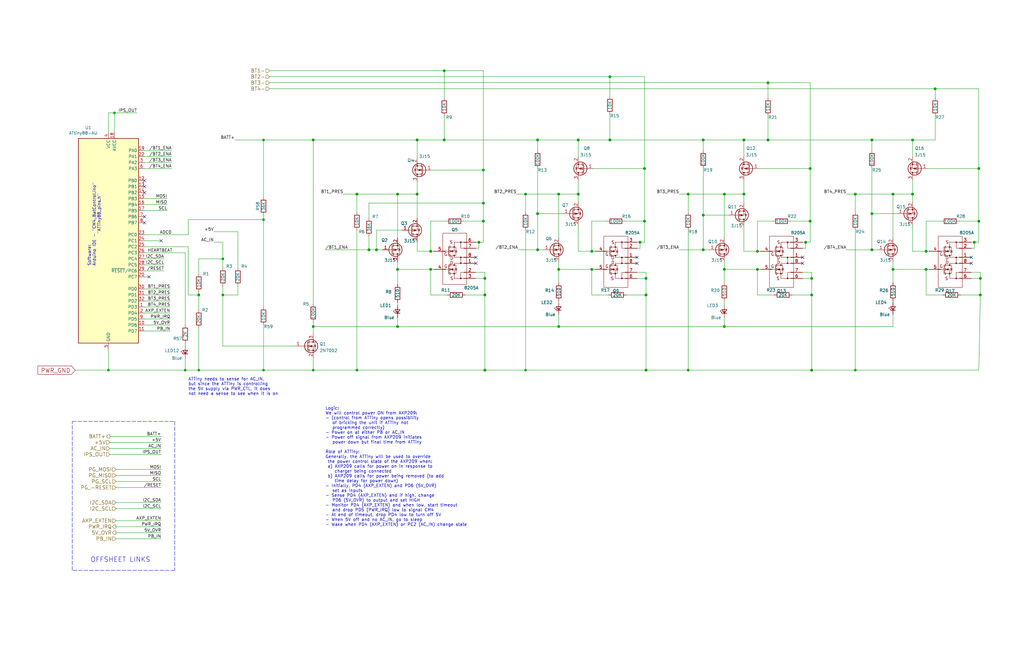
<source format=kicad_sch>
(kicad_sch (version 20211123) (generator eeschema)
  (paper "B")
  (title_block (title "ConnectBox CM4 for China Case ") (date "2022-07-24") (rev "1.8.4") (comment 1 "JRA"))
  (junction (at 271.78 93.345) (diameter 1.016))
  (junction (at 83.82 156.21))
  (junction (at 390.525 106.045) (diameter 1.016))
  (junction (at 272.415 156.21) (diameter 1.016))
  (junction (at 187.325 59.055) (diameter 1.016))
  (junction (at 235.585 81.915) (diameter 1.016))
  (junction (at 313.69 59.055) (diameter 1.016))
  (junction (at 269.875 102.235) (diameter 1.016))
  (junction (at 296.545 105.41) (diameter 1.016))
  (junction (at 78.105 156.21))
  (junction (at 290.195 156.21))
  (junction (at 257.175 59.055) (diameter 1.016))
  (junction (at 319.405 106.045) (diameter 1.016))
  (junction (at 93.98 124.46))
  (junction (at 221.615 156.21))
  (junction (at 412.75 93.345) (diameter 1.016))
  (junction (at 342.265 117.475) (diameter 1.016))
  (junction (at 323.85 59.055) (diameter 1.016))
  (junction (at 412.75 71.12) (diameter 1.016))
  (junction (at 203.835 93.345) (diameter 1.016))
  (junction (at 384.81 59.055) (diameter 1.016))
  (junction (at 272.415 124.46) (diameter 1.016))
  (junction (at 175.895 81.915) (diameter 1.016))
  (junction (at 181.61 113.665) (diameter 1.016))
  (junction (at 45.72 156.21))
  (junction (at 155.575 105.41) (diameter 1.016))
  (junction (at 342.265 124.46) (diameter 1.016))
  (junction (at 175.895 59.055) (diameter 1.016))
  (junction (at 226.695 90.17) (diameter 1.016))
  (junction (at 342.265 156.21) (diameter 1.016))
  (junction (at 305.435 137.795) (diameter 1.016))
  (junction (at 111.125 59.055))
  (junction (at 339.725 102.235) (diameter 1.016))
  (junction (at 158.75 105.41) (diameter 1.016))
  (junction (at 48.26 47.625))
  (junction (at 235.585 137.795) (diameter 1.016))
  (junction (at 367.665 105.41) (diameter 1.016))
  (junction (at 296.545 59.055) (diameter 1.016))
  (junction (at 305.435 81.915) (diameter 1.016))
  (junction (at 319.405 113.665) (diameter 1.016))
  (junction (at 360.68 81.915) (diameter 1.016))
  (junction (at 83.82 124.46) (diameter 1.016))
  (junction (at 204.47 156.21) (diameter 1.016))
  (junction (at 167.64 137.795) (diameter 1.016))
  (junction (at 341.63 93.345) (diameter 1.016))
  (junction (at 367.665 59.055) (diameter 1.016))
  (junction (at 243.84 59.055) (diameter 1.016))
  (junction (at 323.85 34.925) (diameter 1.016))
  (junction (at 203.835 71.755) (diameter 1.016))
  (junction (at 296.545 90.805) (diameter 1.016))
  (junction (at 305.435 113.665) (diameter 1.016))
  (junction (at 226.695 59.055) (diameter 1.016))
  (junction (at 203.835 85.725) (diameter 1.016))
  (junction (at 384.81 81.915) (diameter 1.016))
  (junction (at 167.64 113.665) (diameter 1.016))
  (junction (at 257.175 32.385) (diameter 1.016))
  (junction (at 271.78 71.12) (diameter 1.016))
  (junction (at 181.61 106.045) (diameter 1.016))
  (junction (at 376.555 81.915) (diameter 1.016))
  (junction (at 150.495 81.915) (diameter 1.016))
  (junction (at 132.08 137.795) (diameter 1.016))
  (junction (at 390.525 113.665) (diameter 1.016))
  (junction (at 249.555 113.665) (diameter 1.016))
  (junction (at 341.63 71.12) (diameter 1.016))
  (junction (at 132.08 59.055) (diameter 1.016))
  (junction (at 201.93 102.235) (diameter 1.016))
  (junction (at 360.68 156.21))
  (junction (at 132.08 156.21))
  (junction (at 413.385 124.46) (diameter 1.016))
  (junction (at 187.325 29.845) (diameter 1.016))
  (junction (at 376.555 113.665) (diameter 1.016))
  (junction (at 243.84 81.915) (diameter 1.016))
  (junction (at 235.585 113.665) (diameter 1.016))
  (junction (at 111.125 92.71))
  (junction (at 272.415 117.475) (diameter 1.016))
  (junction (at 150.495 156.21))
  (junction (at 367.665 90.17) (diameter 1.016))
  (junction (at 290.195 81.915) (diameter 1.016))
  (junction (at 167.64 81.915) (diameter 1.016))
  (junction (at 93.98 109.22))
  (junction (at 226.695 105.41) (diameter 1.016))
  (junction (at 111.125 156.21))
  (junction (at 394.335 37.465) (diameter 1.016))
  (junction (at 410.845 102.235) (diameter 1.016))
  (junction (at 204.47 117.475) (diameter 1.016))
  (junction (at 313.69 81.915) (diameter 1.016))
  (junction (at 413.385 117.475) (diameter 1.016))
  (junction (at 221.615 81.915) (diameter 1.016))
  (junction (at 249.555 106.045) (diameter 1.016))
  (junction (at 204.47 124.46) (diameter 1.016))
  (no_connect (at 200.66 111.125))
  (no_connect (at 200.66 108.585))
  (no_connect (at 409.575 111.125))
  (no_connect (at 268.605 111.125))
  (no_connect (at 409.575 108.585))
  (no_connect (at 338.455 108.585))
  (no_connect (at 60.96 78.74))
  (no_connect (at 60.96 91.44))
  (no_connect (at 60.96 76.2))
  (no_connect (at 268.605 108.585))
  (no_connect (at 338.455 111.125))
  (no_connect (at 62.865 116.84))
  (no_connect (at 60.96 81.28))
  (no_connect (at 60.96 93.98))
  (no_connect (at 67.945 101.6))
  (wire (pts (xy 48.895 222.25) (xy 67.945 222.25)))
  (wire (pts (xy 111.125 59.055) (xy 111.125 83.185)))
  (wire (pts (xy 60.96 99.06) (xy 79.375 99.06)))
  (wire (pts (xy 175.895 76.835) (xy 175.895 81.915)))
  (wire (pts (xy 48.895 219.71) (xy 67.945 219.71)))
  (polyline (pts (xy 73.66 240.665) (xy 30.48 240.665)) (stroke (width 0) (type dash)))
  (wire (pts (xy 132.08 137.795) (xy 132.08 140.97)))
  (wire (pts (xy 60.96 101.6) (xy 67.945 101.6)))
  (wire (pts (xy 413.385 114.935) (xy 413.385 117.475)))
  (wire (pts (xy 60.96 127) (xy 71.755 127)))
  (wire (pts (xy 155.575 105.41) (xy 158.75 105.41)))
  (wire (pts (xy 376.555 110.49) (xy 376.555 113.665)))
  (wire (pts (xy 305.435 113.665) (xy 305.435 119.38)))
  (wire (pts (xy 167.64 81.915) (xy 175.895 81.915)))
  (wire (pts (xy 155.575 85.725) (xy 203.835 85.725)))
  (wire (pts (xy 155.575 92.075) (xy 155.575 85.725)))
  (wire (pts (xy 268.605 114.935) (xy 272.415 114.935)))
  (wire (pts (xy 83.82 138.43) (xy 83.82 156.21)))
  (wire (pts (xy 167.64 110.49) (xy 167.64 113.665)))
  (wire (pts (xy 62.865 116.84) (xy 60.96 116.84)))
  (wire (pts (xy 333.375 93.345) (xy 341.63 93.345)))
  (wire (pts (xy 45.72 156.21) (xy 78.105 156.21)))
  (wire (pts (xy 175.895 106.045) (xy 181.61 106.045)))
  (wire (pts (xy 60.96 137.16) (xy 71.755 137.16)))
  (wire (pts (xy 341.63 93.345) (xy 341.63 102.235)))
  (wire (pts (xy 338.455 102.235) (xy 339.725 102.235)))
  (wire (pts (xy 78.105 156.21) (xy 83.82 156.21)))
  (wire (pts (xy 338.455 104.775) (xy 339.725 104.775)))
  (wire (pts (xy 338.455 117.475) (xy 342.265 117.475)))
  (wire (pts (xy 132.08 151.13) (xy 132.08 156.21)))
  (wire (pts (xy 235.585 81.915) (xy 235.585 100.33)))
  (wire (pts (xy 391.16 71.12) (xy 412.75 71.12)))
  (wire (pts (xy 413.385 117.475) (xy 413.385 124.46)))
  (wire (pts (xy 60.96 114.3) (xy 69.215 114.3)))
  (wire (pts (xy 296.545 59.055) (xy 296.545 63.5)))
  (wire (pts (xy 83.82 156.21) (xy 111.125 156.21)))
  (wire (pts (xy 150.495 81.915) (xy 150.495 89.535)))
  (wire (pts (xy 167.64 137.795) (xy 235.585 137.795)))
  (wire (pts (xy 356.87 105.41) (xy 367.665 105.41)))
  (wire (pts (xy 60.96 86.36) (xy 70.485 86.36)))
  (wire (pts (xy 113.665 34.925) (xy 323.85 34.925)))
  (wire (pts (xy 323.85 34.925) (xy 341.63 34.925)))
  (wire (pts (xy 341.63 34.925) (xy 341.63 71.12)))
  (wire (pts (xy 249.555 106.045) (xy 250.825 106.045)))
  (wire (pts (xy 235.585 127) (xy 235.585 127.635)))
  (wire (pts (xy 83.82 109.22) (xy 93.98 109.22)))
  (wire (pts (xy 48.895 200.66) (xy 67.945 200.66)))
  (wire (pts (xy 226.695 71.12) (xy 226.695 90.17)))
  (wire (pts (xy 100.33 113.03) (xy 100.33 97.79)))
  (wire (pts (xy 60.96 106.68) (xy 78.105 106.68)))
  (wire (pts (xy 360.68 81.915) (xy 376.555 81.915)))
  (wire (pts (xy 305.435 81.915) (xy 313.69 81.915)))
  (wire (pts (xy 79.375 92.71) (xy 111.125 92.71)))
  (wire (pts (xy 48.895 212.09) (xy 67.945 212.09)))
  (wire (pts (xy 243.84 106.045) (xy 249.555 106.045)))
  (wire (pts (xy 413.385 124.46) (xy 412.75 156.21)))
  (wire (pts (xy 31.75 156.21) (xy 45.72 156.21)))
  (wire (pts (xy 226.695 90.17) (xy 226.695 105.41)))
  (wire (pts (xy 305.435 81.915) (xy 305.435 100.33)))
  (wire (pts (xy 132.08 59.055) (xy 132.08 128.27)))
  (wire (pts (xy 412.75 37.465) (xy 412.75 71.12)))
  (wire (pts (xy 412.75 71.12) (xy 412.75 93.345)))
  (wire (pts (xy 60.96 63.5) (xy 72.39 63.5)))
  (wire (pts (xy 111.125 90.805) (xy 111.125 92.71)))
  (wire (pts (xy 367.665 59.055) (xy 384.81 59.055)))
  (wire (pts (xy 45.72 47.625) (xy 48.26 47.625)))
  (wire (pts (xy 367.665 71.12) (xy 367.665 90.17)))
  (wire (pts (xy 367.665 90.17) (xy 367.665 105.41)))
  (wire (pts (xy 200.66 114.935) (xy 204.47 114.935)))
  (wire (pts (xy 90.17 97.79) (xy 100.33 97.79)))
  (wire (pts (xy 319.405 93.345) (xy 319.405 106.045)))
  (wire (pts (xy 272.415 124.46) (xy 272.415 156.21)))
  (wire (pts (xy 226.695 90.17) (xy 237.49 90.17)))
  (wire (pts (xy 409.575 117.475) (xy 413.385 117.475)))
  (wire (pts (xy 48.26 47.625) (xy 48.26 55.88)))
  (wire (pts (xy 360.68 156.21) (xy 412.75 156.21)))
  (wire (pts (xy 268.605 102.235) (xy 269.875 102.235)))
  (wire (pts (xy 60.96 111.76) (xy 69.215 111.76)))
  (wire (pts (xy 256.54 124.46) (xy 249.555 124.46)))
  (wire (pts (xy 319.405 113.665) (xy 320.675 113.665)))
  (wire (pts (xy 296.545 105.41) (xy 299.085 105.41)))
  (wire (pts (xy 187.325 48.895) (xy 187.325 59.055)))
  (wire (pts (xy 111.125 59.055) (xy 132.08 59.055)))
  (wire (pts (xy 78.105 144.78) (xy 78.105 146.05)))
  (wire (pts (xy 48.895 224.79) (xy 67.945 224.79)))
  (wire (pts (xy 175.895 81.915) (xy 175.895 92.075)))
  (wire (pts (xy 48.895 198.12) (xy 67.945 198.12)))
  (wire (pts (xy 272.415 117.475) (xy 272.415 124.46)))
  (wire (pts (xy 60.96 104.14) (xy 79.375 104.14)))
  (wire (pts (xy 341.63 71.12) (xy 341.63 93.345)))
  (wire (pts (xy 45.72 156.21) (xy 45.72 147.32)))
  (wire (pts (xy 60.96 129.54) (xy 71.755 129.54)))
  (wire (pts (xy 181.61 124.46) (xy 181.61 113.665)))
  (wire (pts (xy 338.455 114.935) (xy 342.265 114.935)))
  (wire (pts (xy 409.575 102.235) (xy 410.845 102.235)))
  (wire (pts (xy 235.585 110.49) (xy 235.585 113.665)))
  (wire (pts (xy 195.58 93.345) (xy 203.835 93.345)))
  (wire (pts (xy 360.68 81.915) (xy 360.68 89.535)))
  (wire (pts (xy 111.125 92.71) (xy 111.125 129.54)))
  (wire (pts (xy 78.105 151.13) (xy 78.105 156.21)))
  (wire (pts (xy 226.695 59.055) (xy 243.84 59.055)))
  (wire (pts (xy 243.84 59.055) (xy 243.84 66.04)))
  (wire (pts (xy 78.105 106.68) (xy 78.105 137.16)))
  (wire (pts (xy 60.96 66.04) (xy 72.39 66.04)))
  (wire (pts (xy 226.695 59.055) (xy 226.695 63.5)))
  (wire (pts (xy 376.555 113.665) (xy 390.525 113.665)))
  (wire (pts (xy 313.69 76.2) (xy 313.69 81.915)))
  (wire (pts (xy 313.69 81.915) (xy 313.69 85.725)))
  (wire (pts (xy 384.81 76.2) (xy 384.81 81.915)))
  (wire (pts (xy 46.355 189.23) (xy 67.945 189.23)))
  (wire (pts (xy 384.81 59.055) (xy 384.81 66.04)))
  (wire (pts (xy 290.195 81.915) (xy 305.435 81.915)))
  (wire (pts (xy 235.585 137.795) (xy 305.435 137.795)))
  (wire (pts (xy 60.96 88.9) (xy 70.485 88.9)))
  (wire (pts (xy 250.19 71.12) (xy 271.78 71.12)))
  (wire (pts (xy 113.665 37.465) (xy 394.335 37.465)))
  (wire (pts (xy 394.335 37.465) (xy 412.75 37.465)))
  (wire (pts (xy 412.75 102.235) (xy 410.845 102.235)))
  (wire (pts (xy 83.82 115.57) (xy 83.82 109.22)))
  (wire (pts (xy 243.84 59.055) (xy 257.175 59.055)))
  (wire (pts (xy 257.175 59.055) (xy 296.545 59.055)))
  (wire (pts (xy 249.555 124.46) (xy 249.555 113.665)))
  (wire (pts (xy 113.665 32.385) (xy 257.175 32.385)))
  (wire (pts (xy 257.175 32.385) (xy 271.78 32.385)))
  (wire (pts (xy 271.78 71.12) (xy 271.78 32.385)))
  (wire (pts (xy 390.525 93.345) (xy 390.525 106.045)))
  (wire (pts (xy 155.575 99.695) (xy 155.575 105.41)))
  (wire (pts (xy 313.69 59.055) (xy 323.85 59.055)))
  (wire (pts (xy 323.85 59.055) (xy 367.665 59.055)))
  (wire (pts (xy 290.195 156.21) (xy 342.265 156.21)))
  (wire (pts (xy 46.355 186.69) (xy 67.945 186.69)))
  (wire (pts (xy 394.335 48.895) (xy 394.335 59.055)))
  (wire (pts (xy 150.495 81.915) (xy 167.64 81.915)))
  (wire (pts (xy 46.355 191.77) (xy 67.945 191.77)))
  (wire (pts (xy 394.335 59.055) (xy 384.81 59.055)))
  (wire (pts (xy 305.435 127) (xy 305.435 128.905)))
  (wire (pts (xy 79.375 104.14) (xy 79.375 124.46)))
  (wire (pts (xy 167.64 113.665) (xy 181.61 113.665)))
  (wire (pts (xy 290.195 81.915) (xy 290.195 89.535)))
  (wire (pts (xy 255.905 93.345) (xy 249.555 93.345)))
  (wire (pts (xy 187.325 29.845) (xy 187.325 41.275)))
  (wire (pts (xy 313.69 95.885) (xy 313.69 106.045)))
  (wire (pts (xy 167.64 127.635) (xy 167.64 128.905)))
  (wire (pts (xy 356.87 81.915) (xy 360.68 81.915)))
  (wire (pts (xy 412.75 93.345) (xy 412.75 102.235)))
  (wire (pts (xy 60.96 124.46) (xy 71.755 124.46)))
  (wire (pts (xy 150.495 156.21) (xy 204.47 156.21)))
  (wire (pts (xy 200.66 117.475) (xy 204.47 117.475)))
  (wire (pts (xy 175.895 102.235) (xy 175.895 106.045)))
  (wire (pts (xy 269.875 102.235) (xy 269.875 104.775)))
  (wire (pts (xy 60.96 109.22) (xy 69.215 109.22)))
  (wire (pts (xy 221.615 97.155) (xy 221.615 156.21)))
  (wire (pts (xy 263.525 93.345) (xy 271.78 93.345)))
  (wire (pts (xy 376.555 81.915) (xy 384.81 81.915)))
  (wire (pts (xy 326.39 124.46) (xy 319.405 124.46)))
  (wire (pts (xy 319.405 124.46) (xy 319.405 113.665)))
  (wire (pts (xy 204.47 156.21) (xy 221.615 156.21)))
  (wire (pts (xy 188.595 124.46) (xy 181.61 124.46)))
  (wire (pts (xy 144.78 81.915) (xy 150.495 81.915)))
  (wire (pts (xy 390.525 106.045) (xy 391.795 106.045)))
  (wire (pts (xy 394.335 37.465) (xy 394.335 41.275)))
  (wire (pts (xy 132.08 59.055) (xy 175.895 59.055)))
  (wire (pts (xy 409.575 114.935) (xy 413.385 114.935)))
  (wire (pts (xy 158.75 97.155) (xy 158.75 105.41)))
  (wire (pts (xy 271.78 93.345) (xy 271.78 102.235)))
  (wire (pts (xy 100.33 120.65) (xy 100.33 124.46)))
  (wire (pts (xy 48.895 227.33) (xy 67.945 227.33)))
  (wire (pts (xy 271.78 102.235) (xy 269.875 102.235)))
  (wire (pts (xy 243.84 81.915) (xy 235.585 81.915)))
  (wire (pts (xy 243.84 85.09) (xy 243.84 81.915)))
  (wire (pts (xy 226.695 105.41) (xy 229.235 105.41)))
  (wire (pts (xy 286.385 81.915) (xy 290.195 81.915)))
  (wire (pts (xy 264.16 124.46) (xy 272.415 124.46)))
  (wire (pts (xy 249.555 93.345) (xy 249.555 106.045)))
  (wire (pts (xy 221.615 81.915) (xy 235.585 81.915)))
  (wire (pts (xy 203.835 93.345) (xy 203.835 102.235)))
  (wire (pts (xy 342.265 156.21) (xy 360.68 156.21)))
  (polyline (pts (xy 30.48 177.8) (xy 73.66 177.8)) (stroke (width 0) (type dash)))
  (wire (pts (xy 405.13 124.46) (xy 413.385 124.46)))
  (wire (pts (xy 93.98 109.22) (xy 93.98 113.03)))
  (wire (pts (xy 376.555 81.915) (xy 376.555 100.33)))
  (wire (pts (xy 137.16 105.41) (xy 155.575 105.41)))
  (wire (pts (xy 90.17 102.235) (xy 93.98 102.235)))
  (wire (pts (xy 93.98 102.235) (xy 93.98 109.22)))
  (wire (pts (xy 271.78 71.12) (xy 271.78 93.345)))
  (wire (pts (xy 132.08 156.21) (xy 150.495 156.21)))
  (wire (pts (xy 175.895 59.055) (xy 175.895 66.675)))
  (wire (pts (xy 272.415 156.21) (xy 290.195 156.21)))
  (wire (pts (xy 181.61 93.345) (xy 181.61 106.045)))
  (wire (pts (xy 48.895 205.74) (xy 67.945 205.74)))
  (wire (pts (xy 83.82 124.46) (xy 83.82 130.81)))
  (wire (pts (xy 203.835 71.755) (xy 203.835 85.725)))
  (wire (pts (xy 203.835 85.725) (xy 203.835 93.345)))
  (wire (pts (xy 286.385 105.41) (xy 296.545 105.41)))
  (wire (pts (xy 376.555 127) (xy 376.555 127.635)))
  (wire (pts (xy 48.895 203.2) (xy 67.945 203.2)))
  (wire (pts (xy 46.355 184.15) (xy 67.945 184.15)))
  (wire (pts (xy 132.08 137.795) (xy 167.64 137.795)))
  (wire (pts (xy 167.64 133.985) (xy 167.64 137.795)))
  (wire (pts (xy 313.69 59.055) (xy 313.69 66.04)))
  (wire (pts (xy 60.96 68.58) (xy 72.39 68.58)))
  (wire (pts (xy 257.175 32.385) (xy 257.175 40.64)))
  (wire (pts (xy 93.98 146.05) (xy 124.46 146.05)))
  (wire (pts (xy 111.125 137.16) (xy 111.125 156.21)))
  (wire (pts (xy 204.47 114.935) (xy 204.47 117.475)))
  (wire (pts (xy 60.96 83.82) (xy 70.485 83.82)))
  (wire (pts (xy 167.64 113.665) (xy 167.64 120.015)))
  (wire (pts (xy 158.75 105.41) (xy 161.29 105.41)))
  (wire (pts (xy 339.725 102.235) (xy 339.725 104.775)))
  (wire (pts (xy 323.85 34.925) (xy 323.85 41.275)))
  (wire (pts (xy 221.615 156.21) (xy 272.415 156.21)))
  (wire (pts (xy 376.555 132.715) (xy 376.555 137.795)))
  (wire (pts (xy 221.615 81.915) (xy 221.615 89.535)))
  (wire (pts (xy 48.895 214.63) (xy 67.945 214.63)))
  (wire (pts (xy 60.96 121.92) (xy 71.755 121.92)))
  (wire (pts (xy 111.125 156.21) (xy 132.08 156.21)))
  (wire (pts (xy 384.81 95.25) (xy 384.81 106.045)))
  (wire (pts (xy 342.265 124.46) (xy 342.265 156.21)))
  (wire (pts (xy 181.61 106.045) (xy 182.88 106.045)))
  (wire (pts (xy 384.81 81.915) (xy 384.81 85.09)))
  (wire (pts (xy 404.495 93.345) (xy 412.75 93.345)))
  (wire (pts (xy 45.72 47.625) (xy 45.72 55.88)))
  (wire (pts (xy 396.875 93.345) (xy 390.525 93.345)))
  (wire (pts (xy 268.605 104.775) (xy 269.875 104.775)))
  (wire (pts (xy 99.06 59.055) (xy 111.125 59.055)))
  (wire (pts (xy 409.575 104.775) (xy 410.845 104.775)))
  (wire (pts (xy 150.495 97.155) (xy 150.495 156.21)))
  (wire (pts (xy 60.96 71.12) (xy 72.39 71.12)))
  (wire (pts (xy 268.605 117.475) (xy 272.415 117.475)))
  (wire (pts (xy 93.98 120.65) (xy 93.98 124.46)))
  (wire (pts (xy 175.895 59.055) (xy 187.325 59.055)))
  (wire (pts (xy 187.325 59.055) (xy 226.695 59.055)))
  (wire (pts (xy 296.545 90.805) (xy 307.34 90.805)))
  (wire (pts (xy 342.265 117.475) (xy 342.265 124.46)))
  (wire (pts (xy 342.265 114.935) (xy 342.265 117.475)))
  (wire (pts (xy 113.665 29.845) (xy 187.325 29.845)))
  (wire (pts (xy 187.325 29.845) (xy 203.835 29.845)))
  (wire (pts (xy 203.835 29.845) (xy 203.835 71.755)))
  (wire (pts (xy 204.47 124.46) (xy 204.47 156.21)))
  (wire (pts (xy 187.96 93.345) (xy 181.61 93.345)))
  (wire (pts (xy 181.61 113.665) (xy 182.88 113.665)))
  (wire (pts (xy 217.805 81.915) (xy 221.615 81.915)))
  (wire (pts (xy 360.68 97.155) (xy 360.68 156.21)))
  (wire (pts (xy 305.435 110.49) (xy 305.435 113.665)))
  (wire (pts (xy 319.405 106.045) (xy 320.675 106.045)))
  (wire (pts (xy 341.63 102.235) (xy 339.725 102.235)))
  (wire (pts (xy 243.84 95.25) (xy 243.84 106.045)))
  (wire (pts (xy 397.51 124.46) (xy 390.525 124.46)))
  (wire (pts (xy 390.525 124.46) (xy 390.525 113.665)))
  (wire (pts (xy 367.665 105.41) (xy 370.205 105.41)))
  (wire (pts (xy 235.585 113.665) (xy 249.555 113.665)))
  (wire (pts (xy 218.44 105.41) (xy 226.695 105.41)))
  (wire (pts (xy 410.845 102.235) (xy 410.845 104.775)))
  (wire (pts (xy 320.04 71.12) (xy 341.63 71.12)))
  (wire (pts (xy 249.555 113.665) (xy 250.825 113.665)))
  (wire (pts (xy 235.585 113.665) (xy 235.585 119.38)))
  (wire (pts (xy 296.545 59.055) (xy 313.69 59.055)))
  (wire (pts (xy 60.96 139.7) (xy 71.755 139.7)))
  (wire (pts (xy 305.435 133.985) (xy 305.435 137.795)))
  (wire (pts (xy 79.375 99.06) (xy 79.375 92.71)))
  (wire (pts (xy 313.69 106.045) (xy 319.405 106.045)))
  (wire (pts (xy 200.66 102.235) (xy 201.93 102.235)))
  (wire (pts (xy 376.555 113.665) (xy 376.555 119.38)))
  (wire (pts (xy 182.245 71.755) (xy 203.835 71.755)))
  (wire (pts (xy 196.215 124.46) (xy 204.47 124.46)))
  (wire (pts (xy 325.755 93.345) (xy 319.405 93.345)))
  (wire (pts (xy 305.435 137.795) (xy 376.555 137.795)))
  (wire (pts (xy 367.665 59.055) (xy 367.665 63.5)))
  (wire (pts (xy 257.175 48.26) (xy 257.175 59.055)))
  (wire (pts (xy 167.64 81.915) (xy 167.64 100.33)))
  (wire (pts (xy 201.93 102.235) (xy 201.93 104.775)))
  (wire (pts (xy 204.47 117.475) (xy 204.47 124.46)))
  (wire (pts (xy 323.85 48.895) (xy 323.85 59.055)))
  (wire (pts (xy 200.66 104.775) (xy 201.93 104.775)))
  (wire (pts (xy 296.545 71.12) (xy 296.545 90.805)))
  (wire (pts (xy 296.545 90.805) (xy 296.545 105.41)))
  (wire (pts (xy 83.82 124.46) (xy 79.375 124.46)))
  (wire (pts (xy 272.415 114.935) (xy 272.415 117.475)))
  (polyline (pts (xy 73.66 177.8) (xy 73.66 240.665)) (stroke (width 0) (type dash)))
  (wire (pts (xy 48.26 47.625) (xy 57.785 47.625)))
  (wire (pts (xy 93.98 124.46) (xy 93.98 146.05)))
  (wire (pts (xy 203.835 102.235) (xy 201.93 102.235)))
  (wire (pts (xy 158.75 97.155) (xy 169.545 97.155)))
  (wire (pts (xy 60.96 132.08) (xy 71.755 132.08)))
  (wire (pts (xy 100.33 124.46) (xy 93.98 124.46)))
  (polyline (pts (xy 30.48 240.665) (xy 30.48 177.8)) (stroke (width 0) (type dash)))
  (wire (pts (xy 305.435 113.665) (xy 319.405 113.665)))
  (wire (pts (xy 235.585 132.715) (xy 235.585 137.795)))
  (wire (pts (xy 290.195 97.155) (xy 290.195 156.21)))
  (wire (pts (xy 384.81 106.045) (xy 390.525 106.045)))
  (wire (pts (xy 83.82 123.19) (xy 83.82 124.46)))
  (wire (pts (xy 367.665 90.17) (xy 378.46 90.17)))
  (wire (pts (xy 390.525 113.665) (xy 391.795 113.665)))
  (wire (pts (xy 334.01 124.46) (xy 342.265 124.46)))
  (wire (pts (xy 60.96 134.62) (xy 71.755 134.62)))
  (wire (pts (xy 132.08 135.89) (xy 132.08 137.795)))
  (wire (pts (xy 243.84 76.2) (xy 243.84 81.915)))
  (text "Logic:\nWe will control power ON from AXP209:\n- (control from ATTiny opens possibility\n   of bricking the unit if ATTiny not \n   programmed correctly)\n- Power on at either PB or AC_IN \n- Power off signal from AXP209 initiates\n   power down but final time from ATTiny\n\nRole of ATTiny:\nGenerally, the ATTiny will be used to override\n the power control state of the AXP209 when:\n a) AXP209 calls for power on in response to \n    charger being connected\n b) AXP209 calls for power being removed (to add\n    time delay for power down)\n- Initially, PD4 (AXP_EXTEN) and PD6 (5V_OVR)\n   set as inputs\n- Sense PD4 (AXP_EXTEN) and if high, change\n   PD6 (5V_OVR) to output and set HIGH\n- Monitor PD4 (AXP_EXTEN) and when low, start timeout\n   and drop PD5 (PWR_IRQ) low to signal CM4\n- At end of timeout, drop PD4 low to turn off 5V\n- When 5V off and no AC_IN, go to sleep\n- Wake when PD4 (AXP_EXTEN) or PC2 (AC_IN) change state\n" (at 137.16 222.25 0) (effects (font (size 1.27 1.27)) (justify left bottom)))
  (text "Software:\nArduino IDE - \"CM4_BatControl.ino\"\n              \"ATTiny88_pins.h\"" (at 42.545 112.395 90) (effects (font (size 1.27 1.27)) (justify left bottom)))
  (text "ATTiny needs to sense for AC_IN, \nbut since the ATTiny is controlling\nthe 5V supply via PWR_CTL, it does\nnot need a sense to see when it is on" (at 79.375 167.005 0) (effects (font (size 1.27 1.27)) (justify left bottom)))
  (text "OFFSHEET LINKS" (at 38.1 237.49 0) (effects (font (size 2.032 2.032)) (justify left bottom)))
  (label "BT1_PRES" (at 144.78 81.915 180))
  (label "{slash}BT4_ENA" (at 72.39 71.12 180))
  (label "{slash}RESET" (at 69.215 114.3 180))
  (label "BT3_PRES" (at 286.385 81.915 180))
  (label "BATT+" (at 99.06 59.055 180))
  (label "IPS_OUT" (at 57.785 47.625 180))
  (label "PB_IN" (at 71.755 139.7 180))
  (label "{slash}BT1_ENA" (at 72.39 63.5 180))
  (label "PWR_IRQ" (at 67.945 222.25 180))
  (label "SCL" (at 67.945 203.2 180))
  (label "MISO" (at 70.485 86.36 180))
  (label "{slash}BT4_ENA" (at 356.87 105.41 180))
  (label "{slash}BT1_ENA" (at 137.16 105.41 0))
  (label "{slash}BT2_ENA" (at 218.44 105.41 180))
  (label "I2C_SCL" (at 69.215 111.76 180))
  (label "{slash}BT3_ENA" (at 72.39 68.58 180))
  (label "AC_IN" (at 90.17 102.235 180))
  (label "SCL" (at 70.485 88.9 180))
  (label "BT1_PRES" (at 71.755 121.92 180))
  (label "AXP_EXTEN" (at 71.755 132.08 180))
  (label "{slash}BT3_ENA" (at 286.385 105.41 180))
  (label "BATT+" (at 67.945 184.15 180))
  (label "{slash}BT2_ENA" (at 72.39 66.04 180))
  (label "+5V" (at 67.945 186.69 180))
  (label "ADC0" (at 67.31 99.06 0))
  (label "AC_IN" (at 67.945 189.23 180))
  (label "5V_OVR" (at 67.945 224.79 180))
  (label "MOSI" (at 67.945 198.12 180))
  (label "5V_OVR" (at 71.755 137.16 180))
  (label "MOSI" (at 70.485 83.82 180))
  (label "BT4_PRES" (at 356.87 81.915 180))
  (label "PWR_IRQ" (at 71.755 134.62 180))
  (label "IPS_OUT" (at 67.945 191.77 180))
  (label "I2C_SCL" (at 67.945 214.63 180))
  (label "MISO" (at 67.945 200.66 180))
  (label "{slash}RESET" (at 67.945 205.74 180))
  (label "BT3_PRES" (at 71.755 127 180))
  (label "BT4_PRES" (at 71.755 129.54 180))
  (label "BT2_PRES" (at 71.755 124.46 180))
  (label "I2C_SDA" (at 67.945 212.09 180))
  (label "I2C_SDA" (at 69.215 109.22 180))
  (label "BT2_PRES" (at 217.805 81.915 180))
  (label "+5V" (at 90.17 97.79 180))
  (label "HEARTBEAT" (at 62.23 106.68 0))
  (label "PB_IN" (at 67.945 227.33 180))
  (label "AXP_EXTEN" (at 67.945 219.71 180))
  (global_label "PWR_GND" (shape input) (at 31.75 156.21 180) (effects (font (size 1.778 1.778))) (property "Intersheet References" "${INTERSHEET_REFS}" (effects hide)))
  (hierarchical_label "IPS_OUT" (shape input) (at 46.355 191.77 180) (effects (font (size 1.524 1.524))))
  (hierarchical_label "AXP_EXTEN" (shape input) (at 48.895 219.71 180) (effects (font (size 1.524 1.524))))
  (hierarchical_label "BT1-" (shape input) (at 113.665 29.845 180) (effects (font (size 1.524 1.524))))
  (hierarchical_label "PG_MISO" (shape input) (at 48.895 200.66 180) (effects (font (size 1.524 1.524))))
  (hierarchical_label "PG_MOSI" (shape input) (at 48.895 198.12 180) (effects (font (size 1.524 1.524))))
  (hierarchical_label "PG_SCL" (shape input) (at 48.895 203.2 180) (effects (font (size 1.524 1.524))))
  (hierarchical_label "AC_IN" (shape input) (at 46.355 189.23 180) (effects (font (size 1.524 1.524))))
  (hierarchical_label "5V_OVR" (shape output) (at 48.895 224.79 180) (effects (font (size 1.524 1.524))))
  (hierarchical_label "PB_IN" (shape input) (at 48.895 227.33 180) (effects (font (size 1.524 1.524))))
  (hierarchical_label "BATT+" (shape output) (at 46.355 184.15 180) (effects (font (size 1.524 1.524))))
  (hierarchical_label "BT3-" (shape input) (at 113.665 34.925 180) (effects (font (size 1.524 1.524))))
  (hierarchical_label "PG_-RESET" (shape input) (at 48.895 205.74 180) (effects (font (size 1.524 1.524))))
  (hierarchical_label "BT4-" (shape input) (at 113.665 37.465 180) (effects (font (size 1.524 1.524))))
  (hierarchical_label "+5V" (shape input) (at 46.355 186.69 180) (effects (font (size 1.524 1.524))))
  (hierarchical_label "I2C_SDA" (shape input) (at 48.895 212.09 180) (effects (font (size 1.524 1.524))))
  (hierarchical_label "I2C_SCL" (shape input) (at 48.895 214.63 180) (effects (font (size 1.524 1.524))))
  (hierarchical_label "PWR_IRQ" (shape output) (at 48.895 222.25 180) (effects (font (size 1.524 1.524))))
  (hierarchical_label "BT2-" (shape input) (at 113.665 32.385 180) (effects (font (size 1.524 1.524))))
  (symbol (lib_id "Custom_1:8205AV") (at 403.225 108.585 180) (unit 1)
    (property "Reference" "Q17" (at 400.685 122.7624 0))
    (property "Value" "8205A" (at 407.67 98.2387 0))
    (property "Footprint" "Package_SO:TSSOP-8_4.4x3mm_P0.65mm" (effects hide))
    (property "Datasheet" "https://html.alldatasheet.com/html-pdf/1152898/KIA/8205A/60/1/8205A.html" (effects hide))
    (property "DigiKey P/N" "[none - from AliExpress|" (effects hide))
  )
  (symbol (lib_id "Custom_1:Q_PMOS_GSD") (at 316.23 71.12 180) (unit 1)
    (property "Reference" "Q12" (at 318.643 62.5915 0) (effects (justify left)))
    (property "Value" "3J15" (at 319.278 65.3666 0) (effects (justify left)))
    (property "Footprint" "Package_TO_SOT_SMD:SOT-323_SC-70" (effects hide))
    (property "Manufacturer P/N" "SSM3J15FU,LF" (effects hide))
    (property "DigiKey P/N" "SSM3J15FULFCT-ND" (effects hide))
    (property "Manufacturer" "Toshiba" (effects hide))
    (property "Description" "P-Channel 30 V 100mA (Ta) 150mW (Ta) Surface Mount USM" (effects hide))
  )
  (symbol (lib_id "Custom_1:8205AV") (at 332.105 108.585 180) (unit 1)
    (property "Reference" "Q13" (at 329.565 122.7624 0))
    (property "Value" "8205A" (at 336.55 98.2387 0))
    (property "Footprint" "Package_SO:TSSOP-8_4.4x3mm_P0.65mm" (effects hide))
    (property "Datasheet" "https://html.alldatasheet.com/html-pdf/1152898/KIA/8205A/60/1/8205A.html" (effects hide))
    (property "DigiKey P/N" "[none - from AliExpress|" (effects hide))
  )
  (symbol (lib_id "Device:LED_Small") (at 235.585 130.175 90) (unit 1)
    (property "Reference" "LED2" (at 233.045 127.635 90) (effects (justify left)))
    (property "Value" "Blue" (at 234.315 132.715 90) (effects (justify left)))
    (property "Footprint" "LED_SMD:LED_0603_1608Metric" (effects hide))
    (property "Datasheet" "~" (at 235.585 130.175 90))
    (property "Manufacturer" "Liteon" (effects hide))
    (property "Manufacturer P/N" "LTST-S270TBKT" (effects hide))
    (property "Description" "LED BLUE CLEAR 0603 SMD - RA" (effects hide))
    (property "DigiKey P/N" "160-1650-1-ND" (effects hide))
    (property "Type" "SMD" (effects hide))
  )
  (symbol (lib_id "Custom_1:8205AV") (at 194.31 111.125 0) (mirror y) (unit 1)
    (property "Reference" "Q5" (at 191.77 96.9476 0))
    (property "Value" "8205A" (at 198.755 121.4713 0))
    (property "Footprint" "Package_SO:TSSOP-8_4.4x3mm_P0.65mm" (effects hide))
    (property "Datasheet" "https://html.alldatasheet.com/html-pdf/1152898/KIA/8205A/60/1/8205A.html" (effects hide))
    (property "DigiKey P/N" "[none - from AliExpress|" (effects hide))
  )
  (symbol (lib_id "Device:R") (at 226.695 67.31 0) (unit 1)
    (property "Reference" "R13" (at 228.727 71.755 0))
    (property "Value" "100K" (at 226.695 67.31 90))
    (property "Footprint" "Resistor_SMD:R_0603_1608Metric" (effects hide))
    (property "Manufacturer" "Yageo" (effects hide))
    (property "Manufacturer P/N" "RC0603FR-07100KL" (effects hide))
    (property "Description" "RES SMD 100K OHM 1% 1/8W 0603" (effects hide))
    (property "DigiKey P/N" "311-100KHRCT-ND" (effects hide))
    (property "Type" "SMD" (effects hide))
  )
  (symbol (lib_id "Device:R") (at 394.335 45.085 0) (unit 1)
    (property "Reference" "R27" (at 396.367 49.53 0))
    (property "Value" "10K" (at 394.335 45.085 90))
    (property "Footprint" "Resistor_SMD:R_0603_1608Metric" (effects hide))
    (property "Manufacturer" "Yageo" (effects hide))
    (property "Manufacturer P/N" "RC0603FR-0710KL" (effects hide))
    (property "Description" "RES SMD 10K OHM 1% 1/8W 0603" (effects hide))
    (property "DigiKey P/N" "311-10KHRCT-ND" (effects hide))
    (property "Type" "SMD" (effects hide))
  )
  (symbol (lib_id "Custom_1:Q_PMOS_GSD") (at 311.15 90.805 0) (mirror x) (unit 1)
    (property "Reference" "Q11" (at 306.832 87.2685 0) (effects (justify left)))
    (property "Value" "3J15" (at 308.102 95.2884 0) (effects (justify left)))
    (property "Footprint" "Package_TO_SOT_SMD:SOT-323_SC-70" (effects hide))
    (property "Manufacturer P/N" "SSM3J15FU,LF" (effects hide))
    (property "DigiKey P/N" "SSM3J15FULFCT-ND" (effects hide))
    (property "Manufacturer" "Toshiba" (effects hide))
    (property "Description" "P-Channel 30 V 100mA (Ta) 150mW (Ta) Surface Mount USM" (effects hide))
  )
  (symbol (lib_id "Device:R") (at 305.435 123.19 0) (unit 1)
    (property "Reference" "R20" (at 301.625 122.555 0))
    (property "Value" "510" (at 305.435 123.19 90))
    (property "Footprint" "Resistor_SMD:R_0603_1608Metric" (effects hide))
    (property "Manufacturer" "Yageo" (effects hide))
    (property "Manufacturer P/N" "RC0603FR-07510RL" (effects hide))
    (property "Description" "RES SMD 510 OHM 1% 1/8W 0603" (effects hide))
    (property "DigiKey P/N" "311-510HRCT-ND" (effects hide))
    (property "Type" "SMD" (effects hide))
  )
  (symbol (lib_id "Custom_1:Q_PMOS_GSD") (at 241.3 90.17 0) (mirror x) (unit 1)
    (property "Reference" "Q7" (at 236.982 86.6335 0) (effects (justify left)))
    (property "Value" "3J15" (at 238.252 94.6534 0) (effects (justify left)))
    (property "Footprint" "Package_TO_SOT_SMD:SOT-323_SC-70" (effects hide))
    (property "Manufacturer P/N" "SSM3J15FU,LF" (effects hide))
    (property "DigiKey P/N" "SSM3J15FULFCT-ND" (effects hide))
    (property "Manufacturer" "Toshiba" (effects hide))
    (property "Description" "P-Channel 30 V 100mA (Ta) 150mW (Ta) Surface Mount USM" (effects hide))
  )
  (symbol (lib_id "Device:R") (at 167.64 123.825 0) (unit 1)
    (property "Reference" "R8" (at 163.83 123.19 0))
    (property "Value" "510" (at 167.64 123.825 90))
    (property "Footprint" "Resistor_SMD:R_0603_1608Metric" (effects hide))
    (property "Manufacturer" "Yageo" (effects hide))
    (property "Manufacturer P/N" "RC0603FR-07510RL" (effects hide))
    (property "Description" "RES SMD 1K OHM 1% 1/8W 0603" (effects hide))
    (property "DigiKey P/N" "311-510HRCT-ND" (effects hide))
    (property "Type" "SMD" (effects hide))
  )
  (symbol (lib_id "Device:R") (at 260.35 124.46 90) (unit 1)
    (property "Reference" "R17" (at 255.27 122.428 90))
    (property "Value" "20K" (at 260.35 124.46 90))
    (property "Footprint" "Resistor_SMD:R_0603_1608Metric" (effects hide))
    (property "Manufacturer" "Yageo" (effects hide))
    (property "Manufacturer P/N" "RC0603FR-0720KL" (effects hide))
    (property "Description" "RES SMD 20K OHM 1% 1/8W 0603" (effects hide))
    (property "DigiKey P/N" "311-20.0KHRCT-ND" (effects hide))
    (property "Type" "SMD" (effects hide))
  )
  (symbol (lib_id "Custom_1:Q_PMOS_GSD") (at 382.27 90.17 0) (mirror x) (unit 1)
    (property "Reference" "Q15" (at 377.952 87.2685 0) (effects (justify left)))
    (property "Value" "3J15" (at 379.222 94.6534 0) (effects (justify left)))
    (property "Footprint" "Package_TO_SOT_SMD:SOT-323_SC-70" (effects hide))
    (property "Manufacturer P/N" "SSM3J15FU,LF" (effects hide))
    (property "DigiKey P/N" "SSM3J15FULFCT-ND" (effects hide))
    (property "Manufacturer" "Toshiba" (effects hide))
    (property "Description" "P-Channel 30 V 100mA (Ta) 150mW (Ta) Surface Mount USM" (effects hide))
  )
  (symbol (lib_id "Device:R") (at 187.325 45.085 0) (unit 1)
    (property "Reference" "R9" (at 189.357 49.53 0))
    (property "Value" "10K" (at 187.325 45.085 90))
    (property "Footprint" "Resistor_SMD:R_0603_1608Metric" (effects hide))
    (property "Manufacturer" "Yageo" (effects hide))
    (property "Manufacturer P/N" "RC0603FR-0710KL" (effects hide))
    (property "Description" "RES SMD 10K OHM 1% 1/8W 0603" (effects hide))
    (property "DigiKey P/N" "311-10KHRCT-ND" (effects hide))
    (property "Type" "SMD" (effects hide))
  )
  (symbol (lib_id "Custom_1:Q_PMOS_GSD") (at 246.38 71.12 180) (unit 1)
    (property "Reference" "Q8" (at 248.793 62.5915 0) (effects (justify left)))
    (property "Value" "3J15" (at 249.428 65.3666 0) (effects (justify left)))
    (property "Footprint" "Package_TO_SOT_SMD:SOT-323_SC-70" (effects hide))
    (property "Manufacturer P/N" "SSM3J15FU,LF" (effects hide))
    (property "DigiKey P/N" "SSM3J15FULFCT-ND" (effects hide))
    (property "Manufacturer" "Toshiba" (effects hide))
    (property "Description" "P-Channel 30 V 100mA (Ta) 150mW (Ta) Surface Mount USM" (effects hide))
  )
  (symbol (lib_id "Device:R") (at 323.85 45.085 0) (unit 1)
    (property "Reference" "R21" (at 325.882 49.53 0))
    (property "Value" "10K" (at 323.85 45.085 90))
    (property "Footprint" "Resistor_SMD:R_0603_1608Metric" (effects hide))
    (property "Manufacturer" "Yageo" (effects hide))
    (property "Manufacturer P/N" "RC0603FR-0710KL" (effects hide))
    (property "Description" "RES SMD 10K OHM 1% 1/8W 0603" (effects hide))
    (property "DigiKey P/N" "311-10KHRCT-ND" (effects hide))
    (property "Type" "SMD" (effects hide))
  )
  (symbol (lib_id "Device:R") (at 83.82 134.62 0) (unit 1)
    (property "Reference" "R2" (at 86.487 130.81 0))
    (property "Value" "20K" (at 83.82 134.62 90))
    (property "Footprint" "Resistor_SMD:R_0603_1608Metric" (effects hide))
    (property "Manufacturer" "Yageo" (effects hide))
    (property "Manufacturer P/N" "RC0603FR-0720KL" (effects hide))
    (property "Description" "RES SMD 20K OHM 1% 1/8W 0603" (effects hide))
    (property "DigiKey P/N" "311-20.0KHRCT-ND" (effects hide))
    (property "Type" "SMD" (effects hide))
  )
  (symbol (lib_id "Device:R") (at 111.125 86.995 0) (unit 1)
    (property "Reference" "R58" (at 108.712 86.995 90))
    (property "Value" "36K" (at 111.125 86.995 90))
    (property "Footprint" "Resistor_SMD:R_0603_1608Metric" (effects hide))
    (property "Manufacturer" "Yageo" (effects hide))
    (property "Manufacturer P/N" "RC0603FR-0736KL" (effects hide))
    (property "Description" "RES SMD 36K OHM 1% 1/8W 0603" (effects hide))
    (property "DigiKey P/N" "311-36.0KHRCT-ND" (effects hide))
    (property "Type" "SMD" (effects hide))
  )
  (symbol (lib_id "Device:R") (at 111.125 133.35 0) (unit 1)
    (property "Reference" "R59" (at 113.157 137.795 0))
    (property "Value" "10K" (at 111.125 133.35 90))
    (property "Footprint" "Resistor_SMD:R_0603_1608Metric" (effects hide))
    (property "Manufacturer" "Yageo" (effects hide))
    (property "Manufacturer P/N" "RC0603FR-0710KL" (effects hide))
    (property "Description" "RES SMD 10K OHM 1% 1/8W 0603" (effects hide))
    (property "DigiKey P/N" "311-10KHRCT-ND" (effects hide))
    (property "Type" "SMD" (effects hide))
  )
  (symbol (lib_id "Device:LED_Small") (at 78.105 148.59 90) (unit 1)
    (property "Reference" "LED12" (at 75.565 147.955 90) (effects (justify left)))
    (property "Value" "Blue" (at 76.835 151.13 90) (effects (justify left)))
    (property "Footprint" "LED_SMD:LED_0603_1608Metric" (effects hide))
    (property "Datasheet" "~" (at 78.105 148.59 90))
    (property "Manufacturer" "Inolux" (effects hide))
    (property "Manufacturer P/N" "IN-S63BT5B" (effects hide))
    (property "Description" "LED BLUE CLEAR 0603 SMD" (effects hide))
    (property "DigiKey P/N" "1830-1068-1-ND" (effects hide))
    (property "Type" "SMD" (effects hide))
  )
  (symbol (lib_id "Device:R") (at 400.685 93.345 90) (unit 1)
    (property "Reference" "R28" (at 405.13 91.313 90))
    (property "Value" "100K" (at 400.685 93.345 90))
    (property "Footprint" "Resistor_SMD:R_0603_1608Metric" (effects hide))
    (property "Manufacturer" "Yageo" (effects hide))
    (property "Manufacturer P/N" "RC0603FR-07100KL" (effects hide))
    (property "Description" "RES SMD 100K OHM 1% 1/8W 0603" (effects hide))
    (property "DigiKey P/N" "311-100KHRCT-ND" (effects hide))
    (property "Type" "SMD" (effects hide))
  )
  (symbol (lib_id "Device:Q_NMOS_GSD") (at 129.54 146.05 0) (unit 1)
    (property "Reference" "Q1" (at 134.747 145.1415 0) (effects (justify left)))
    (property "Value" "2N7002" (at 134.747 147.9166 0) (effects (justify left)))
    (property "Footprint" "Package_TO_SOT_SMD:SOT-23" (effects hide))
    (property "Manufacturer" "Toshiba" (effects hide))
    (property "Manufacturer P/N" "T2N7002BK,LM" (effects hide))
    (property "Description" "N-Channel 400mA (Ta) 320mW (Ta) Surface Mount SOT-23-3" (effects hide))
    (property "DigiKey P/N" "T2N7002BKLMCT-ND (alt: T2N7002AKLMCT-ND)" (effects hide))
  )
  (symbol (lib_id "Device:R") (at 100.33 116.84 0) (unit 1)
    (property "Reference" "R4" (at 102.997 112.395 0))
    (property "Value" "20K" (at 100.33 116.84 90))
    (property "Footprint" "Resistor_SMD:R_0603_1608Metric" (effects hide))
    (property "Manufacturer" "Yageo" (effects hide))
    (property "Manufacturer P/N" "RC0603FR-0720KL" (effects hide))
    (property "Description" "RES SMD 20K OHM 1% 1/8W 0603" (effects hide))
    (property "DigiKey P/N" "311-20.0KHRCT-ND" (effects hide))
    (property "Type" "SMD" (effects hide))
  )
  (symbol (lib_id "Custom_1:ATtiny88-AU") (at 45.72 101.6 0) (unit 1)
    (property "Reference" "U1" (at 38.6079 53.8491 0) (effects (justify right)))
    (property "Value" "ATtiny88-AU" (at 41.1479 56.1478 0) (effects (justify right)))
    (property "Footprint" "Package_QFP:TQFP-32_7x7mm_P0.8mm" (effects hide))
    (property "Datasheet" "http://ww1.microchip.com/downloads/en/DeviceDoc/doc8008.pdf" (effects hide))
    (property "Manufacturer" "Microchip Technology" (effects hide))
    (property "Manufacturer P/N" "ATTINY88-AU" (effects hide))
    (property "Description" "AVR series Microcontroller IC 8-Bit 12MHz 8KB (" (effects hide))
    (property "DigiKey P/N" "ATTINY88-AU-ND" (effects hide))
    (property "Type" "SMD" (effects hide))
  )
  (symbol (lib_id "Custom_1:Q_PMOS_GSD") (at 387.35 71.12 180) (unit 1)
    (property "Reference" "Q16" (at 389.763 62.5915 0) (effects (justify left)))
    (property "Value" "3J15" (at 390.398 65.3666 0) (effects (justify left)))
    (property "Footprint" "Package_TO_SOT_SMD:SOT-323_SC-70" (effects hide))
    (property "Manufacturer P/N" "SSM3J15FU,LF" (effects hide))
    (property "DigiKey P/N" "SSM3J15FULFCT-ND" (effects hide))
    (property "Manufacturer" "Toshiba" (effects hide))
    (property "Description" "P-Channel 30 V 100mA (Ta) 150mW (Ta) Surface Mount USM" (effects hide))
  )
  (symbol (lib_id "Device:R") (at 296.545 67.31 0) (unit 1)
    (property "Reference" "R19" (at 298.577 71.755 0))
    (property "Value" "100K" (at 296.545 67.31 90))
    (property "Footprint" "Resistor_SMD:R_0603_1608Metric" (effects hide))
    (property "Manufacturer" "Yageo" (effects hide))
    (property "Manufacturer P/N" "RC0603FR-07100KL" (effects hide))
    (property "Description" "RES SMD 100K OHM 1% 1/8W 0603" (effects hide))
    (property "DigiKey P/N" "311-100KHRCT-ND" (effects hide))
    (property "Type" "SMD" (effects hide))
  )
  (symbol (lib_id "Device:LED_Small") (at 167.64 131.445 90) (unit 1)
    (property "Reference" "LED1" (at 165.1 128.905 90) (effects (justify left)))
    (property "Value" "Blue" (at 166.37 133.985 90) (effects (justify left)))
    (property "Footprint" "LED_SMD:LED_0603_1608Metric" (effects hide))
    (property "Datasheet" "~" (at 167.64 131.445 90))
    (property "Manufacturer" "Liteon" (effects hide))
    (property "Manufacturer P/N" "LTST-S270TBKT" (effects hide))
    (property "Description" "LED BLUE CLEAR 0603 SMD - RA" (effects hide))
    (property "DigiKey P/N" "160-1650-1-ND" (effects hide))
    (property "Type" "SMD" (effects hide))
  )
  (symbol (lib_id "Device:R") (at 191.77 93.345 90) (unit 1)
    (property "Reference" "R10" (at 196.215 91.313 90))
    (property "Value" "100K" (at 191.77 93.345 90))
    (property "Footprint" "Resistor_SMD:R_0603_1608Metric" (effects hide))
    (property "Manufacturer" "Yageo" (effects hide))
    (property "Manufacturer P/N" "RC0603FR-07100KL" (effects hide))
    (property "Description" "RES SMD 100K OHM 1% 1/8W 0603" (effects hide))
    (property "DigiKey P/N" "311-100KHRCT-ND" (effects hide))
    (property "Type" "SMD" (effects hide))
  )
  (symbol (lib_id "Device:LED_Small") (at 305.435 131.445 90) (unit 1)
    (property "Reference" "LED3" (at 302.895 128.905 90) (effects (justify left)))
    (property "Value" "Blue" (at 304.165 133.985 90) (effects (justify left)))
    (property "Footprint" "LED_SMD:LED_0603_1608Metric" (effects hide))
    (property "Datasheet" "~" (at 305.435 131.445 90))
    (property "Manufacturer" "Liteon" (effects hide))
    (property "Manufacturer P/N" "LTST-S270TBKT" (effects hide))
    (property "Description" "LED BLUE CLEAR 0603 SMD - RA" (effects hide))
    (property "DigiKey P/N" "160-1650-1-ND" (effects hide))
    (property "Type" "SMD" (effects hide))
  )
  (symbol (lib_id "Device:R") (at 290.195 93.345 0) (unit 1)
    (property "Reference" "R18" (at 292.227 97.79 0))
    (property "Value" "10K" (at 290.195 93.345 90))
    (property "Footprint" "Resistor_SMD:R_0603_1608Metric" (effects hide))
    (property "Manufacturer" "Yageo" (effects hide))
    (property "Manufacturer P/N" "RC0603FR-0710KL" (effects hide))
    (property "Description" "RES SMD 10K OHM 1% 1/8W 0603" (effects hide))
    (property "DigiKey P/N" "311-10KHRCT-ND" (effects hide))
    (property "Type" "SMD" (effects hide))
  )
  (symbol (lib_id "Device:R") (at 192.405 124.46 90) (unit 1)
    (property "Reference" "R11" (at 187.96 122.428 90))
    (property "Value" "20K" (at 192.405 124.46 90))
    (property "Footprint" "Resistor_SMD:R_0603_1608Metric" (effects hide))
    (property "Manufacturer" "Yageo" (effects hide))
    (property "Manufacturer P/N" "RC0603FR-0720KL" (effects hide))
    (property "Description" "RES SMD 20K OHM 1% 1/8W 0603" (effects hide))
    (property "DigiKey P/N" "311-20.0KHRCT-ND" (effects hide))
    (property "Type" "SMD" (effects hide))
  )
  (symbol (lib_id "Device:R") (at 83.82 119.38 180) (unit 1)
    (property "Reference" "R1" (at 86.868 115.57 0))
    (property "Value" "10K" (at 83.82 119.38 90))
    (property "Footprint" "Resistor_SMD:R_0603_1608Metric" (effects hide))
    (property "Manufacturer" "Yageo" (effects hide))
    (property "Manufacturer P/N" "RC0603FR-0710KL" (effects hide))
    (property "Description" "RES SMD 10K OHM 1% 1/8W 0603" (effects hide))
    (property "DigiKey P/N" "311-10.0KHRCT-ND" (effects hide))
    (property "Type" "SMD" (effects hide))
  )
  (symbol (lib_id "Device:R") (at 155.575 95.885 0) (unit 1)
    (property "Reference" "R7" (at 158.242 91.44 0))
    (property "Value" "36K" (at 155.575 95.885 90))
    (property "Footprint" "Resistor_SMD:R_0603_1608Metric" (effects hide))
    (property "Manufacturer" "Yageo" (effects hide))
    (property "Manufacturer P/N" "RC0603FR-0736KL" (effects hide))
    (property "Description" "RES SMD 36K OHM 1% 1/8W 0603" (effects hide))
    (property "DigiKey P/N" "311-36.0KHRCT-ND" (effects hide))
    (property "Type" "SMD" (effects hide))
  )
  (symbol (lib_id "Device:R") (at 401.32 124.46 90) (unit 1)
    (property "Reference" "R29" (at 396.24 122.428 90))
    (property "Value" "20K" (at 401.32 124.46 90))
    (property "Footprint" "Resistor_SMD:R_0603_1608Metric" (effects hide))
    (property "Manufacturer" "Yageo" (effects hide))
    (property "Manufacturer P/N" "RC0603FR-0720KL" (effects hide))
    (property "Description" "RES SMD 20K OHM 1% 1/8W 0603" (effects hide))
    (property "DigiKey P/N" "311-20.0KHRCT-ND" (effects hide))
    (property "Type" "SMD" (effects hide))
  )
  (symbol (lib_id "Custom_1:Q_PMOS_GSD") (at 165.1 105.41 0) (mirror x) (unit 1)
    (property "Reference" "Q2" (at 160.782 101.3265 0) (effects (justify left)))
    (property "Value" "3J15" (at 162.052 109.8166 0) (effects (justify left)))
    (property "Footprint" "Package_TO_SOT_SMD:SOT-323_SC-70" (effects hide))
    (property "Manufacturer P/N" "SSM3J15FU,LF" (effects hide))
    (property "DigiKey P/N" "SSM3J15FULFCT-ND" (effects hide))
    (property "Manufacturer" "Toshiba" (effects hide))
    (property "Description" "P-Channel 30 V 100mA (Ta) 150mW (Ta) Surface Mount USM" (effects hide))
  )
  (symbol (lib_id "Custom_1:Q_PMOS_GSD") (at 233.045 105.41 0) (mirror x) (unit 1)
    (property "Reference" "Q6" (at 229.997 100.6915 0) (effects (justify left)))
    (property "Value" "3J15" (at 229.997 109.8166 0) (effects (justify left)))
    (property "Footprint" "Package_TO_SOT_SMD:SOT-323_SC-70" (effects hide))
    (property "Manufacturer P/N" "SSM3J15FU,LF" (effects hide))
    (property "DigiKey P/N" "SSM3J15FULFCT-ND" (effects hide))
    (property "Manufacturer" "Toshiba" (effects hide))
    (property "Description" "P-Channel 30 V 100mA (Ta) 150mW (Ta) Surface Mount USM" (effects hide))
  )
  (symbol (lib_id "Device:R") (at 259.715 93.345 90) (unit 1)
    (property "Reference" "R16" (at 264.16 91.313 90))
    (property "Value" "100K" (at 259.715 93.345 90))
    (property "Footprint" "Resistor_SMD:R_0603_1608Metric" (effects hide))
    (property "Manufacturer" "Yageo" (effects hide))
    (property "Manufacturer P/N" "RC0603FR-07100KL" (effects hide))
    (property "Description" "RES SMD 100K OHM 1% 1/8W 0603" (effects hide))
    (property "DigiKey P/N" "311-100KHRCT-ND" (effects hide))
    (property "Type" "SMD" (effects hide))
  )
  (symbol (lib_id "Device:LED_Small") (at 376.555 130.175 90) (unit 1)
    (property "Reference" "LED4" (at 374.015 127.635 90) (effects (justify left)))
    (property "Value" "Blue" (at 375.285 132.715 90) (effects (justify left)))
    (property "Footprint" "LED_SMD:LED_0603_1608Metric" (effects hide))
    (property "Datasheet" "~" (at 376.555 130.175 90))
    (property "Manufacturer" "Liteon" (effects hide))
    (property "Manufacturer P/N" "LTST-S270TBKT" (effects hide))
    (property "Description" "LED BLUE CLEAR 0603 SMD - RA" (effects hide))
    (property "DigiKey P/N" "160-1650-1-ND" (effects hide))
    (property "Type" "SMD" (effects hide))
  )
  (symbol (lib_id "Custom_1:Q_PMOS_GSD") (at 173.355 97.155 0) (mirror x) (unit 1)
    (property "Reference" "Q3" (at 169.037 94.2535 0) (effects (justify left)))
    (property "Value" "3J15" (at 170.307 101.6384 0) (effects (justify left)))
    (property "Footprint" "Package_TO_SOT_SMD:SOT-323_SC-70" (effects hide))
    (property "Manufacturer P/N" "SSM3J15FU,LF" (effects hide))
    (property "DigiKey P/N" "SSM3J15FULFCT-ND" (effects hide))
    (property "Manufacturer" "Toshiba" (effects hide))
    (property "Description" "P-Channel 30 V 100mA (Ta) 150mW (Ta) Surface Mount USM" (effects hide))
  )
  (symbol (lib_id "Device:R") (at 132.08 132.08 0) (unit 1)
    (property "Reference" "R5" (at 129.032 128.27 0))
    (property "Value" "100K" (at 132.08 132.08 90))
    (property "Footprint" "Resistor_SMD:R_0603_1608Metric" (effects hide))
    (property "Manufacturer" "Yageo" (effects hide))
    (property "Manufacturer P/N" "RC0603FR-07100KL" (effects hide))
    (property "Description" "RES SMD 100K OHM 1% 1/8W 0603" (effects hide))
    (property "DigiKey P/N" "311-100KHRCT-ND" (effects hide))
    (property "Type" "SMD" (effects hide))
  )
  (symbol (lib_id "Device:R") (at 376.555 123.19 0) (unit 1)
    (property "Reference" "R26" (at 372.745 122.555 0))
    (property "Value" "510" (at 376.555 123.19 90))
    (property "Footprint" "Resistor_SMD:R_0603_1608Metric" (effects hide))
    (property "Manufacturer" "Yageo" (effects hide))
    (property "Manufacturer P/N" "RC0603FR-07510RL" (effects hide))
    (property "Description" "RES SMD 510 OHM 1% 1/8W 0603" (effects hide))
    (property "DigiKey P/N" "311-510HRCT-ND" (effects hide))
    (property "Type" "SMD" (effects hide))
  )
  (symbol (lib_id "Device:R") (at 360.68 93.345 0) (unit 1)
    (property "Reference" "R24" (at 362.712 97.79 0))
    (property "Value" "10K" (at 360.68 93.345 90))
    (property "Footprint" "Resistor_SMD:R_0603_1608Metric" (effects hide))
    (property "Manufacturer" "Yageo" (effects hide))
    (property "Manufacturer P/N" "RC0603FR-0710KL" (effects hide))
    (property "Description" "RES SMD 10K OHM 1% 1/8W 0603" (effects hide))
    (property "DigiKey P/N" "311-10KHRCT-ND" (effects hide))
    (property "Type" "SMD" (effects hide))
  )
  (symbol (lib_id "Device:R") (at 78.105 140.97 180) (unit 1)
    (property "Reference" "R57" (at 74.93 142.875 0))
    (property "Value" "2K" (at 78.105 140.97 90))
    (property "Footprint" "Resistor_SMD:R_0603_1608Metric" (effects hide))
    (property "Manufacturer" "Yageo" (effects hide))
    (property "Manufacturer P/N" "RC0603FR-072KL" (effects hide))
    (property "Description" "RES SMD 2K OHM 1% 1/8W 0603" (effects hide))
    (property "DigiKey P/N" "311-2.00KHRCT-ND" (effects hide))
    (property "Type" "SMD" (effects hide))
  )
  (symbol (lib_id "Device:R") (at 257.175 44.45 0) (unit 1)
    (property "Reference" "R15" (at 259.207 48.895 0))
    (property "Value" "10K" (at 257.175 44.45 90))
    (property "Footprint" "Resistor_SMD:R_0603_1608Metric" (effects hide))
    (property "Manufacturer" "Yageo" (effects hide))
    (property "Manufacturer P/N" "RC0603FR-0710KL" (effects hide))
    (property "Description" "RES SMD 10K OHM 1% 1/8W 0603" (effects hide))
    (property "DigiKey P/N" "311-10KHRCT-ND" (effects hide))
    (property "Type" "SMD" (effects hide))
  )
  (symbol (lib_id "Custom_1:Q_PMOS_GSD") (at 374.015 105.41 0) (mirror x) (unit 1)
    (property "Reference" "Q14" (at 369.697 101.9615 0) (effects (justify left)))
    (property "Value" "3J15" (at 370.967 109.8166 0) (effects (justify left)))
    (property "Footprint" "Package_TO_SOT_SMD:SOT-323_SC-70" (effects hide))
    (property "Manufacturer P/N" "SSM3J15FU,LF" (effects hide))
    (property "DigiKey P/N" "SSM3J15FULFCT-ND" (effects hide))
    (property "Manufacturer" "Toshiba" (effects hide))
    (property "Description" "P-Channel 30 V 100mA (Ta) 150mW (Ta) Surface Mount USM" (effects hide))
  )
  (symbol (lib_id "Custom_1:8205AV") (at 262.255 108.585 180) (unit 1)
    (property "Reference" "Q9" (at 259.715 122.7624 0))
    (property "Value" "8205A" (at 266.7 98.2387 0))
    (property "Footprint" "Package_SO:TSSOP-8_4.4x3mm_P0.65mm" (effects hide))
    (property "Datasheet" "https://html.alldatasheet.com/html-pdf/1152898/KIA/8205A/60/1/8205A.html" (effects hide))
    (property "DigiKey P/N" "[none - from AliExpress|" (effects hide))
  )
  (symbol (lib_id "Custom_1:Q_PMOS_GSD") (at 302.895 105.41 0) (mirror x) (unit 1)
    (property "Reference" "Q10" (at 298.577 101.9615 0) (effects (justify left)))
    (property "Value" "3J15" (at 299.847 109.8166 0) (effects (justify left)))
    (property "Footprint" "Package_TO_SOT_SMD:SOT-323_SC-70" (effects hide))
    (property "Manufacturer P/N" "SSM3J15FU,LF" (effects hide))
    (property "DigiKey P/N" "SSM3J15FULFCT-ND" (effects hide))
    (property "Manufacturer" "Toshiba" (effects hide))
    (property "Description" "P-Channel 30 V 100mA (Ta) 150mW (Ta) Surface Mount USM" (effects hide))
  )
  (symbol (lib_id "Device:R") (at 235.585 123.19 0) (unit 1)
    (property "Reference" "R14" (at 231.775 122.555 0))
    (property "Value" "510" (at 235.585 123.19 90))
    (property "Footprint" "Resistor_SMD:R_0603_1608Metric" (effects hide))
    (property "Manufacturer" "Yageo" (effects hide))
    (property "Manufacturer P/N" "RC0603FR-07510RL" (effects hide))
    (property "Description" "RES SMD 510 OHM 1% 1/8W 0603" (effects hide))
    (property "DigiKey P/N" "311-510HRCT-ND" (effects hide))
    (property "Type" "SMD" (effects hide))
  )
  (symbol (lib_id "Custom_1:Q_PMOS_GSD") (at 178.435 71.755 180) (unit 1)
    (property "Reference" "Q4" (at 174.498 67.6715 0) (effects (justify left)))
    (property "Value" "3J15" (at 181.483 66.0016 0) (effects (justify left)))
    (property "Footprint" "Package_TO_SOT_SMD:SOT-323_SC-70" (effects hide))
    (property "Manufacturer P/N" "SSM3J15FU,LF" (effects hide))
    (property "DigiKey P/N" "SSM3J15FULFCT-ND" (effects hide))
    (property "Manufacturer" "Toshiba" (effects hide))
    (property "Description" "P-Channel 30 V 100mA (Ta) 150mW (Ta) Surface Mount USM" (effects hide))
  )
  (symbol (lib_id "Device:R") (at 93.98 116.84 0) (unit 1)
    (property "Reference" "R3" (at 96.647 112.395 0))
    (property "Value" "20K" (at 93.98 116.84 90))
    (property "Footprint" "Resistor_SMD:R_0603_1608Metric" (effects hide))
    (property "Manufacturer" "Yageo" (effects hide))
    (property "Manufacturer P/N" "RC0603FR-0720KL" (effects hide))
    (property "Description" "RES SMD 20K OHM 1% 1/8W 0603" (effects hide))
    (property "DigiKey P/N" "311-20.0KHRCT-ND" (effects hide))
    (property "Type" "SMD" (effects hide))
  )
  (symbol (lib_id "Device:R") (at 329.565 93.345 90) (unit 1)
    (property "Reference" "R22" (at 334.01 91.313 90))
    (property "Value" "100K" (at 329.565 93.345 90))
    (property "Footprint" "Resistor_SMD:R_0603_1608Metric" (effects hide))
    (property "Manufacturer" "Yageo" (effects hide))
    (property "Manufacturer P/N" "RC0603FR-07100KL" (effects hide))
    (property "Description" "RES SMD 100K OHM 1% 1/8W 0603" (effects hide))
    (property "DigiKey P/N" "311-100KHRCT-ND" (effects hide))
    (property "Type" "SMD" (effects hide))
  )
  (symbol (lib_id "Device:R") (at 221.615 93.345 0) (unit 1)
    (property "Reference" "R12" (at 223.647 97.79 0))
    (property "Value" "10K" (at 221.615 93.345 90))
    (property "Footprint" "Resistor_SMD:R_0603_1608Metric" (effects hide))
    (property "Manufacturer" "Yageo" (effects hide))
    (property "Manufacturer P/N" "RC0603FR-0710KL" (effects hide))
    (property "Description" "RES SMD 10K OHM 1% 1/8W 0603" (effects hide))
    (property "DigiKey P/N" "311-10KHRCT-ND" (effects hide))
    (property "Type" "SMD" (effects hide))
  )
  (symbol (lib_id "Device:R") (at 150.495 93.345 0) (unit 1)
    (property "Reference" "R6" (at 152.527 97.79 0))
    (property "Value" "10K" (at 150.495 93.345 90))
    (property "Footprint" "Resistor_SMD:R_0603_1608Metric" (effects hide))
    (property "Manufacturer" "Yageo" (effects hide))
    (property "Manufacturer P/N" "RC0603FR-0710KL" (effects hide))
    (property "Description" "RES SMD 10K OHM 1% 1/8W 0603" (effects hide))
    (property "DigiKey P/N" "311-10KHRCT-ND" (effects hide))
    (property "Type" "SMD" (effects hide))
  )
  (symbol (lib_id "Device:R") (at 330.2 124.46 90) (unit 1)
    (property "Reference" "R23" (at 325.12 122.428 90))
    (property "Value" "20K" (at 330.2 124.46 90))
    (property "Footprint" "Resistor_SMD:R_0603_1608Metric" (effects hide))
    (property "Manufacturer" "Yageo" (effects hide))
    (property "Manufacturer P/N" "RC0603FR-0720KL" (effects hide))
    (property "Description" "RES SMD 20K OHM 1% 1/8W 0603" (effects hide))
    (property "DigiKey P/N" "311-20.0KHRCT-ND" (effects hide))
    (property "Type" "SMD" (effects hide))
  )
  (symbol (lib_id "Device:R") (at 367.665 67.31 0) (unit 1)
    (property "Reference" "R25" (at 369.697 71.755 0))
    (property "Value" "100K" (at 367.665 67.31 90))
    (property "Footprint" "Resistor_SMD:R_0603_1608Metric" (effects hide))
    (property "Manufacturer" "Yageo" (effects hide))
    (property "Manufacturer P/N" "RC0603FR-07100KL" (effects hide))
    (property "Description" "RES SMD 100K OHM 1% 1/8W 0603" (effects hide))
    (property "DigiKey P/N" "311-100KHRCT-ND" (effects hide))
    (property "Type" "SMD" (effects hide))
  )
)
</source>
